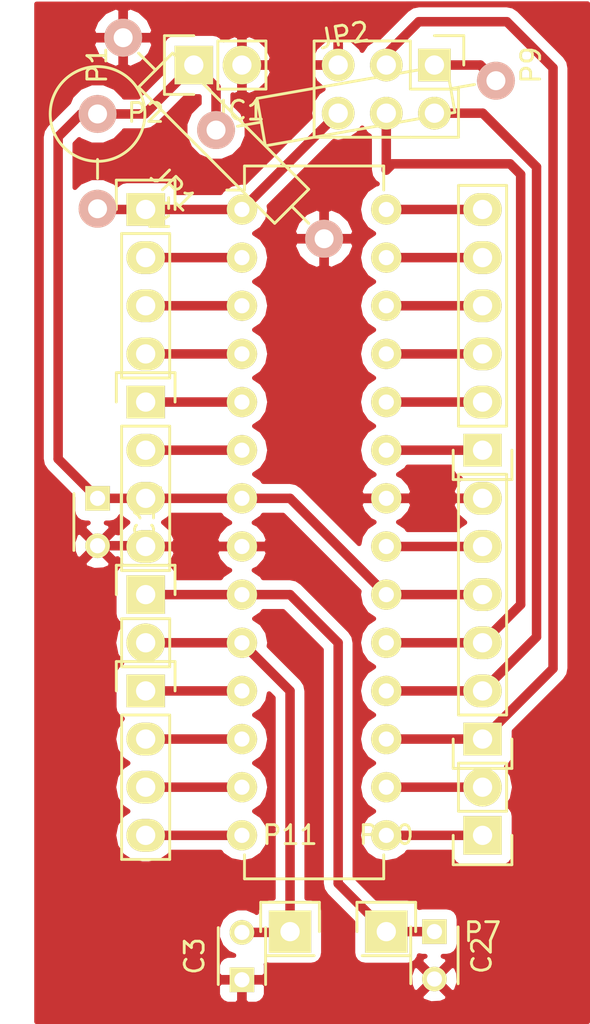
<source format=kicad_pcb>
(kicad_pcb (version 4) (host pcbnew 4.0.0-1rc2.201511201506+6189~38~ubuntu15.04.1-stable)

  (general
    (links 52)
    (no_connects 2)
    (area 9.841191 11.43182 41.44576 65.839341)
    (thickness 1.6)
    (drawings 0)
    (tracks 72)
    (zones 0)
    (modules 18)
    (nets 27)
  )

  (page A4)
  (layers
    (0 F.Cu signal)
    (31 B.Cu signal)
    (32 B.Adhes user)
    (33 F.Adhes user)
    (34 B.Paste user)
    (35 F.Paste user)
    (36 B.SilkS user)
    (37 F.SilkS user)
    (38 B.Mask user)
    (39 F.Mask user)
    (40 Dwgs.User user)
    (41 Cmts.User user)
    (42 Eco1.User user)
    (43 Eco2.User user)
    (44 Edge.Cuts user)
    (45 Margin user)
    (46 B.CrtYd user)
    (47 F.CrtYd user)
    (48 B.Fab user)
    (49 F.Fab user)
  )

  (setup
    (last_trace_width 0.5)
    (trace_clearance 0.3)
    (zone_clearance 0.508)
    (zone_45_only no)
    (trace_min 0.2)
    (segment_width 0.2)
    (edge_width 0.1)
    (via_size 0.6)
    (via_drill 0.4)
    (via_min_size 0.4)
    (via_min_drill 0.3)
    (uvia_size 0.3)
    (uvia_drill 0.1)
    (uvias_allowed no)
    (uvia_min_size 0.2)
    (uvia_min_drill 0.1)
    (pcb_text_width 0.3)
    (pcb_text_size 1.5 1.5)
    (mod_edge_width 0.15)
    (mod_text_size 1 1)
    (mod_text_width 0.15)
    (pad_size 1.5 1.5)
    (pad_drill 0.6)
    (pad_to_mask_clearance 0)
    (aux_axis_origin 39.624 69.85)
    (visible_elements FFFFFF7F)
    (pcbplotparams
      (layerselection 0x00000_00000001)
      (usegerberextensions false)
      (excludeedgelayer true)
      (linewidth 0.300000)
      (plotframeref false)
      (viasonmask false)
      (mode 1)
      (useauxorigin false)
      (hpglpennumber 1)
      (hpglpenspeed 20)
      (hpglpendiameter 15)
      (hpglpenoverlay 2)
      (psnegative false)
      (psa4output false)
      (plotreference true)
      (plotvalue true)
      (plotinvisibletext false)
      (padsonsilk false)
      (subtractmaskfromsilk false)
      (outputformat 1)
      (mirror false)
      (drillshape 0)
      (scaleselection 1)
      (outputdirectory ""))
  )

  (net 0 "")
  (net 1 +5V)
  (net 2 GND)
  (net 3 XTAL1)
  (net 4 XTAL2)
  (net 5 RESET)
  (net 6 PD0)
  (net 7 PD1)
  (net 8 PD2)
  (net 9 PD3)
  (net 10 PD4)
  (net 11 PD5)
  (net 12 PD6)
  (net 13 PD7)
  (net 14 PB0)
  (net 15 PB1)
  (net 16 PB2)
  (net 17 MOSI)
  (net 18 MISO)
  (net 19 SCK)
  (net 20 AREF)
  (net 21 PC0)
  (net 22 PC1)
  (net 23 PC2)
  (net 24 PC3)
  (net 25 PC4)
  (net 26 PC5)

  (net_class Default "This is the default net class."
    (clearance 0.3)
    (trace_width 0.5)
    (via_dia 0.6)
    (via_drill 0.4)
    (uvia_dia 0.3)
    (uvia_drill 0.1)
    (add_net +5V)
    (add_net AREF)
    (add_net GND)
    (add_net MISO)
    (add_net MOSI)
    (add_net PB0)
    (add_net PB1)
    (add_net PB2)
    (add_net PC0)
    (add_net PC1)
    (add_net PC2)
    (add_net PC3)
    (add_net PC4)
    (add_net PC5)
    (add_net PD0)
    (add_net PD1)
    (add_net PD2)
    (add_net PD3)
    (add_net PD4)
    (add_net PD5)
    (add_net PD6)
    (add_net PD7)
    (add_net RESET)
    (add_net SCK)
    (add_net XTAL1)
    (add_net XTAL2)
  )

  (module Capacitors_ThroughHole:C_Disc_D3_P2.5 (layer F.Cu) (tedit 568FE51D) (tstamp 568FE3DD)
    (at 15.24 38.1 270)
    (descr "Capacitor 3mm Disc, Pitch 2.5mm")
    (tags Capacitor)
    (path /568D630B)
    (fp_text reference C1 (at 1.25 -2.5 270) (layer F.SilkS)
      (effects (font (size 1 1) (thickness 0.15)))
    )
    (fp_text value 100mF (at 1.25 2.5 360) (layer F.Fab)
      (effects (font (size 1 1) (thickness 0.15)))
    )
    (fp_line (start -0.9 -1.5) (end 3.4 -1.5) (layer F.CrtYd) (width 0.05))
    (fp_line (start 3.4 -1.5) (end 3.4 1.5) (layer F.CrtYd) (width 0.05))
    (fp_line (start 3.4 1.5) (end -0.9 1.5) (layer F.CrtYd) (width 0.05))
    (fp_line (start -0.9 1.5) (end -0.9 -1.5) (layer F.CrtYd) (width 0.05))
    (fp_line (start -0.25 -1.25) (end 2.75 -1.25) (layer F.SilkS) (width 0.15))
    (fp_line (start 2.75 1.25) (end -0.25 1.25) (layer F.SilkS) (width 0.15))
    (pad 1 thru_hole rect (at 0 0 270) (size 1.3 1.3) (drill 0.8) (layers *.Cu *.Mask F.SilkS)
      (net 1 +5V))
    (pad 2 thru_hole circle (at 2.5 0 270) (size 1.3 1.3) (drill 0.8001) (layers *.Cu *.Mask F.SilkS)
      (net 2 GND))
    (model Capacitors_ThroughHole.3dshapes/C_Disc_D3_P2.5.wrl
      (at (xyz 0.0492126 0 0))
      (scale (xyz 1 1 1))
      (rotate (xyz 0 0 0))
    )
  )

  (module Capacitors_ThroughHole:C_Disc_D3_P2.5 (layer F.Cu) (tedit 56A21A57) (tstamp 568FE3E3)
    (at 33.02 60.96 270)
    (descr "Capacitor 3mm Disc, Pitch 2.5mm")
    (tags Capacitor)
    (path /568D6C7A)
    (fp_text reference C2 (at 1.25 -2.5 270) (layer F.SilkS)
      (effects (font (size 1 1) (thickness 0.15)))
    )
    (fp_text value 22pF (at 1.39192 -2.24536 270) (layer F.Fab)
      (effects (font (size 1 1) (thickness 0.15)))
    )
    (fp_line (start -0.9 -1.5) (end 3.4 -1.5) (layer F.CrtYd) (width 0.05))
    (fp_line (start 3.4 -1.5) (end 3.4 1.5) (layer F.CrtYd) (width 0.05))
    (fp_line (start 3.4 1.5) (end -0.9 1.5) (layer F.CrtYd) (width 0.05))
    (fp_line (start -0.9 1.5) (end -0.9 -1.5) (layer F.CrtYd) (width 0.05))
    (fp_line (start -0.25 -1.25) (end 2.75 -1.25) (layer F.SilkS) (width 0.15))
    (fp_line (start 2.75 1.25) (end -0.25 1.25) (layer F.SilkS) (width 0.15))
    (pad 1 thru_hole rect (at 0 0 270) (size 1.3 1.3) (drill 0.8) (layers *.Cu *.Mask F.SilkS)
      (net 3 XTAL1))
    (pad 2 thru_hole circle (at 2.5 0 270) (size 1.3 1.3) (drill 0.8001) (layers *.Cu *.Mask F.SilkS)
      (net 2 GND))
    (model Capacitors_ThroughHole.3dshapes/C_Disc_D3_P2.5.wrl
      (at (xyz 0.0492126 0 0))
      (scale (xyz 1 1 1))
      (rotate (xyz 0 0 0))
    )
  )

  (module Capacitors_ThroughHole:C_Disc_D3_P2.5 (layer F.Cu) (tedit 56A21A51) (tstamp 568FE3E9)
    (at 22.86 63.5 90)
    (descr "Capacitor 3mm Disc, Pitch 2.5mm")
    (tags Capacitor)
    (path /568D6CB7)
    (fp_text reference C3 (at 1.25 -2.5 90) (layer F.SilkS)
      (effects (font (size 1 1) (thickness 0.15)))
    )
    (fp_text value 22pF (at 1.23698 -2.22504 90) (layer F.Fab)
      (effects (font (size 1 1) (thickness 0.15)))
    )
    (fp_line (start -0.9 -1.5) (end 3.4 -1.5) (layer F.CrtYd) (width 0.05))
    (fp_line (start 3.4 -1.5) (end 3.4 1.5) (layer F.CrtYd) (width 0.05))
    (fp_line (start 3.4 1.5) (end -0.9 1.5) (layer F.CrtYd) (width 0.05))
    (fp_line (start -0.9 1.5) (end -0.9 -1.5) (layer F.CrtYd) (width 0.05))
    (fp_line (start -0.25 -1.25) (end 2.75 -1.25) (layer F.SilkS) (width 0.15))
    (fp_line (start 2.75 1.25) (end -0.25 1.25) (layer F.SilkS) (width 0.15))
    (pad 1 thru_hole rect (at 0 0 90) (size 1.3 1.3) (drill 0.8) (layers *.Cu *.Mask F.SilkS)
      (net 2 GND))
    (pad 2 thru_hole circle (at 2.5 0 90) (size 1.3 1.3) (drill 0.8001) (layers *.Cu *.Mask F.SilkS)
      (net 4 XTAL2))
    (model Capacitors_ThroughHole.3dshapes/C_Disc_D3_P2.5.wrl
      (at (xyz 0.0492126 0 0))
      (scale (xyz 1 1 1))
      (rotate (xyz 0 0 0))
    )
  )

  (module Housings_DIP:DIP-28_W7.62mm (layer F.Cu) (tedit 54130A77) (tstamp 568FE409)
    (at 22.86 22.86)
    (descr "28-lead dip package, row spacing 7.62 mm (300 mils)")
    (tags "dil dip 2.54 300")
    (path /568D613D)
    (fp_text reference IC1 (at 0 -5.22) (layer F.SilkS)
      (effects (font (size 1 1) (thickness 0.15)))
    )
    (fp_text value ATMEGA328-P (at 0 -3.72) (layer F.Fab)
      (effects (font (size 1 1) (thickness 0.15)))
    )
    (fp_line (start -1.05 -2.45) (end -1.05 35.5) (layer F.CrtYd) (width 0.05))
    (fp_line (start 8.65 -2.45) (end 8.65 35.5) (layer F.CrtYd) (width 0.05))
    (fp_line (start -1.05 -2.45) (end 8.65 -2.45) (layer F.CrtYd) (width 0.05))
    (fp_line (start -1.05 35.5) (end 8.65 35.5) (layer F.CrtYd) (width 0.05))
    (fp_line (start 0.135 -2.295) (end 0.135 -1.025) (layer F.SilkS) (width 0.15))
    (fp_line (start 7.485 -2.295) (end 7.485 -1.025) (layer F.SilkS) (width 0.15))
    (fp_line (start 7.485 35.315) (end 7.485 34.045) (layer F.SilkS) (width 0.15))
    (fp_line (start 0.135 35.315) (end 0.135 34.045) (layer F.SilkS) (width 0.15))
    (fp_line (start 0.135 -2.295) (end 7.485 -2.295) (layer F.SilkS) (width 0.15))
    (fp_line (start 0.135 35.315) (end 7.485 35.315) (layer F.SilkS) (width 0.15))
    (fp_line (start 0.135 -1.025) (end -0.8 -1.025) (layer F.SilkS) (width 0.15))
    (pad 1 thru_hole oval (at 0 0) (size 1.6 1.6) (drill 0.8) (layers *.Cu *.Mask F.SilkS)
      (net 5 RESET))
    (pad 2 thru_hole oval (at 0 2.54) (size 1.6 1.6) (drill 0.8) (layers *.Cu *.Mask F.SilkS)
      (net 6 PD0))
    (pad 3 thru_hole oval (at 0 5.08) (size 1.6 1.6) (drill 0.8) (layers *.Cu *.Mask F.SilkS)
      (net 7 PD1))
    (pad 4 thru_hole oval (at 0 7.62) (size 1.6 1.6) (drill 0.8) (layers *.Cu *.Mask F.SilkS)
      (net 8 PD2))
    (pad 5 thru_hole oval (at 0 10.16) (size 1.6 1.6) (drill 0.8) (layers *.Cu *.Mask F.SilkS)
      (net 9 PD3))
    (pad 6 thru_hole oval (at 0 12.7) (size 1.6 1.6) (drill 0.8) (layers *.Cu *.Mask F.SilkS)
      (net 10 PD4))
    (pad 7 thru_hole oval (at 0 15.24) (size 1.6 1.6) (drill 0.8) (layers *.Cu *.Mask F.SilkS)
      (net 1 +5V))
    (pad 8 thru_hole oval (at 0 17.78) (size 1.6 1.6) (drill 0.8) (layers *.Cu *.Mask F.SilkS)
      (net 2 GND))
    (pad 9 thru_hole oval (at 0 20.32) (size 1.6 1.6) (drill 0.8) (layers *.Cu *.Mask F.SilkS)
      (net 3 XTAL1))
    (pad 10 thru_hole oval (at 0 22.86) (size 1.6 1.6) (drill 0.8) (layers *.Cu *.Mask F.SilkS)
      (net 4 XTAL2))
    (pad 11 thru_hole oval (at 0 25.4) (size 1.6 1.6) (drill 0.8) (layers *.Cu *.Mask F.SilkS)
      (net 11 PD5))
    (pad 12 thru_hole oval (at 0 27.94) (size 1.6 1.6) (drill 0.8) (layers *.Cu *.Mask F.SilkS)
      (net 12 PD6))
    (pad 13 thru_hole oval (at 0 30.48) (size 1.6 1.6) (drill 0.8) (layers *.Cu *.Mask F.SilkS)
      (net 13 PD7))
    (pad 14 thru_hole oval (at 0 33.02) (size 1.6 1.6) (drill 0.8) (layers *.Cu *.Mask F.SilkS)
      (net 14 PB0))
    (pad 15 thru_hole oval (at 7.62 33.02) (size 1.6 1.6) (drill 0.8) (layers *.Cu *.Mask F.SilkS)
      (net 15 PB1))
    (pad 16 thru_hole oval (at 7.62 30.48) (size 1.6 1.6) (drill 0.8) (layers *.Cu *.Mask F.SilkS)
      (net 16 PB2))
    (pad 17 thru_hole oval (at 7.62 27.94) (size 1.6 1.6) (drill 0.8) (layers *.Cu *.Mask F.SilkS)
      (net 17 MOSI))
    (pad 18 thru_hole oval (at 7.62 25.4) (size 1.6 1.6) (drill 0.8) (layers *.Cu *.Mask F.SilkS)
      (net 18 MISO))
    (pad 19 thru_hole oval (at 7.62 22.86) (size 1.6 1.6) (drill 0.8) (layers *.Cu *.Mask F.SilkS)
      (net 19 SCK))
    (pad 20 thru_hole oval (at 7.62 20.32) (size 1.6 1.6) (drill 0.8) (layers *.Cu *.Mask F.SilkS)
      (net 1 +5V))
    (pad 21 thru_hole oval (at 7.62 17.78) (size 1.6 1.6) (drill 0.8) (layers *.Cu *.Mask F.SilkS)
      (net 20 AREF))
    (pad 22 thru_hole oval (at 7.62 15.24) (size 1.6 1.6) (drill 0.8) (layers *.Cu *.Mask F.SilkS)
      (net 2 GND))
    (pad 23 thru_hole oval (at 7.62 12.7) (size 1.6 1.6) (drill 0.8) (layers *.Cu *.Mask F.SilkS)
      (net 21 PC0))
    (pad 24 thru_hole oval (at 7.62 10.16) (size 1.6 1.6) (drill 0.8) (layers *.Cu *.Mask F.SilkS)
      (net 22 PC1))
    (pad 25 thru_hole oval (at 7.62 7.62) (size 1.6 1.6) (drill 0.8) (layers *.Cu *.Mask F.SilkS)
      (net 23 PC2))
    (pad 26 thru_hole oval (at 7.62 5.08) (size 1.6 1.6) (drill 0.8) (layers *.Cu *.Mask F.SilkS)
      (net 24 PC3))
    (pad 27 thru_hole oval (at 7.62 2.54) (size 1.6 1.6) (drill 0.8) (layers *.Cu *.Mask F.SilkS)
      (net 25 PC4))
    (pad 28 thru_hole oval (at 7.62 0) (size 1.6 1.6) (drill 0.8) (layers *.Cu *.Mask F.SilkS)
      (net 26 PC5))
    (model Housings_DIP.3dshapes/DIP-28_W7.62mm.wrl
      (at (xyz 0 0 0))
      (scale (xyz 1 1 1))
      (rotate (xyz 0 0 0))
    )
  )

  (module Pin_Headers:Pin_Header_Straight_1x02 (layer F.Cu) (tedit 56A21AF8) (tstamp 568FE40F)
    (at 20.32 15.24 90)
    (descr "Through hole pin header")
    (tags "pin header")
    (path /568DB809)
    (fp_text reference P1 (at 0 -5.1 90) (layer F.SilkS)
      (effects (font (size 1 1) (thickness 0.15)))
    )
    (fp_text value CONN_01X02 (at 2.58318 -1.19634 180) (layer F.Fab)
      (effects (font (size 1 1) (thickness 0.15)))
    )
    (fp_line (start 1.27 1.27) (end 1.27 3.81) (layer F.SilkS) (width 0.15))
    (fp_line (start 1.55 -1.55) (end 1.55 0) (layer F.SilkS) (width 0.15))
    (fp_line (start -1.75 -1.75) (end -1.75 4.3) (layer F.CrtYd) (width 0.05))
    (fp_line (start 1.75 -1.75) (end 1.75 4.3) (layer F.CrtYd) (width 0.05))
    (fp_line (start -1.75 -1.75) (end 1.75 -1.75) (layer F.CrtYd) (width 0.05))
    (fp_line (start -1.75 4.3) (end 1.75 4.3) (layer F.CrtYd) (width 0.05))
    (fp_line (start 1.27 1.27) (end -1.27 1.27) (layer F.SilkS) (width 0.15))
    (fp_line (start -1.55 0) (end -1.55 -1.55) (layer F.SilkS) (width 0.15))
    (fp_line (start -1.55 -1.55) (end 1.55 -1.55) (layer F.SilkS) (width 0.15))
    (fp_line (start -1.27 1.27) (end -1.27 3.81) (layer F.SilkS) (width 0.15))
    (fp_line (start -1.27 3.81) (end 1.27 3.81) (layer F.SilkS) (width 0.15))
    (pad 1 thru_hole rect (at 0 0 90) (size 2.032 2.032) (drill 1.016) (layers *.Cu *.Mask F.SilkS)
      (net 1 +5V))
    (pad 2 thru_hole oval (at 0 2.54 90) (size 2.032 2.032) (drill 1.016) (layers *.Cu *.Mask F.SilkS)
      (net 2 GND))
    (model Pin_Headers.3dshapes/Pin_Header_Straight_1x02.wrl
      (at (xyz 0 -0.05 0))
      (scale (xyz 1 1 1))
      (rotate (xyz 0 0 90))
    )
  )

  (module Pin_Headers:Pin_Header_Straight_1x04 (layer F.Cu) (tedit 56A21ADD) (tstamp 568FE417)
    (at 17.78 22.86)
    (descr "Through hole pin header")
    (tags "pin header")
    (path /56A2288A)
    (fp_text reference P2 (at 0 -5.1) (layer F.SilkS)
      (effects (font (size 1 1) (thickness 0.15)))
    )
    (fp_text value CONN_01X04 (at -5.23494 4.64312 90) (layer F.Fab)
      (effects (font (size 1 1) (thickness 0.15)))
    )
    (fp_line (start -1.75 -1.75) (end -1.75 9.4) (layer F.CrtYd) (width 0.05))
    (fp_line (start 1.75 -1.75) (end 1.75 9.4) (layer F.CrtYd) (width 0.05))
    (fp_line (start -1.75 -1.75) (end 1.75 -1.75) (layer F.CrtYd) (width 0.05))
    (fp_line (start -1.75 9.4) (end 1.75 9.4) (layer F.CrtYd) (width 0.05))
    (fp_line (start -1.27 1.27) (end -1.27 8.89) (layer F.SilkS) (width 0.15))
    (fp_line (start 1.27 1.27) (end 1.27 8.89) (layer F.SilkS) (width 0.15))
    (fp_line (start 1.55 -1.55) (end 1.55 0) (layer F.SilkS) (width 0.15))
    (fp_line (start -1.27 8.89) (end 1.27 8.89) (layer F.SilkS) (width 0.15))
    (fp_line (start 1.27 1.27) (end -1.27 1.27) (layer F.SilkS) (width 0.15))
    (fp_line (start -1.55 0) (end -1.55 -1.55) (layer F.SilkS) (width 0.15))
    (fp_line (start -1.55 -1.55) (end 1.55 -1.55) (layer F.SilkS) (width 0.15))
    (pad 1 thru_hole rect (at 0 0) (size 2.032 1.7272) (drill 1.016) (layers *.Cu *.Mask F.SilkS)
      (net 5 RESET))
    (pad 2 thru_hole oval (at 0 2.54) (size 2.032 1.7272) (drill 1.016) (layers *.Cu *.Mask F.SilkS)
      (net 6 PD0))
    (pad 3 thru_hole oval (at 0 5.08) (size 2.032 1.7272) (drill 1.016) (layers *.Cu *.Mask F.SilkS)
      (net 7 PD1))
    (pad 4 thru_hole oval (at 0 7.62) (size 2.032 1.7272) (drill 1.016) (layers *.Cu *.Mask F.SilkS)
      (net 8 PD2))
    (model Pin_Headers.3dshapes/Pin_Header_Straight_1x04.wrl
      (at (xyz 0 -0.15 0))
      (scale (xyz 1 1 1))
      (rotate (xyz 0 0 90))
    )
  )

  (module Pin_Headers:Pin_Header_Straight_1x02 (layer F.Cu) (tedit 56A21A0D) (tstamp 568FE41D)
    (at 17.78 43.18)
    (descr "Through hole pin header")
    (tags "pin header")
    (path /56A233A7)
    (fp_text reference P3 (at 0 -5.1) (layer F.SilkS)
      (effects (font (size 1 1) (thickness 0.15)))
    )
    (fp_text value CONN_01X02 (at -4.70154 3.79222 90) (layer F.Fab)
      (effects (font (size 1 1) (thickness 0.15)))
    )
    (fp_line (start 1.27 1.27) (end 1.27 3.81) (layer F.SilkS) (width 0.15))
    (fp_line (start 1.55 -1.55) (end 1.55 0) (layer F.SilkS) (width 0.15))
    (fp_line (start -1.75 -1.75) (end -1.75 4.3) (layer F.CrtYd) (width 0.05))
    (fp_line (start 1.75 -1.75) (end 1.75 4.3) (layer F.CrtYd) (width 0.05))
    (fp_line (start -1.75 -1.75) (end 1.75 -1.75) (layer F.CrtYd) (width 0.05))
    (fp_line (start -1.75 4.3) (end 1.75 4.3) (layer F.CrtYd) (width 0.05))
    (fp_line (start 1.27 1.27) (end -1.27 1.27) (layer F.SilkS) (width 0.15))
    (fp_line (start -1.55 0) (end -1.55 -1.55) (layer F.SilkS) (width 0.15))
    (fp_line (start -1.55 -1.55) (end 1.55 -1.55) (layer F.SilkS) (width 0.15))
    (fp_line (start -1.27 1.27) (end -1.27 3.81) (layer F.SilkS) (width 0.15))
    (fp_line (start -1.27 3.81) (end 1.27 3.81) (layer F.SilkS) (width 0.15))
    (pad 1 thru_hole rect (at 0 0) (size 2.032 2.032) (drill 1.016) (layers *.Cu *.Mask F.SilkS)
      (net 3 XTAL1))
    (pad 2 thru_hole oval (at 0 2.54) (size 2.032 2.032) (drill 1.016) (layers *.Cu *.Mask F.SilkS)
      (net 4 XTAL2))
    (model Pin_Headers.3dshapes/Pin_Header_Straight_1x02.wrl
      (at (xyz 0 -0.05 0))
      (scale (xyz 1 1 1))
      (rotate (xyz 0 0 90))
    )
  )

  (module Pin_Headers:Pin_Header_Straight_1x04 (layer F.Cu) (tedit 56A219FC) (tstamp 568FE425)
    (at 17.78 48.26)
    (descr "Through hole pin header")
    (tags "pin header")
    (path /56A234C2)
    (fp_text reference P4 (at 0 -5.1) (layer F.SilkS)
      (effects (font (size 1 1) (thickness 0.15)))
    )
    (fp_text value CONN_01X04 (at -2.83464 4.40182 90) (layer F.Fab)
      (effects (font (size 1 1) (thickness 0.15)))
    )
    (fp_line (start -1.75 -1.75) (end -1.75 9.4) (layer F.CrtYd) (width 0.05))
    (fp_line (start 1.75 -1.75) (end 1.75 9.4) (layer F.CrtYd) (width 0.05))
    (fp_line (start -1.75 -1.75) (end 1.75 -1.75) (layer F.CrtYd) (width 0.05))
    (fp_line (start -1.75 9.4) (end 1.75 9.4) (layer F.CrtYd) (width 0.05))
    (fp_line (start -1.27 1.27) (end -1.27 8.89) (layer F.SilkS) (width 0.15))
    (fp_line (start 1.27 1.27) (end 1.27 8.89) (layer F.SilkS) (width 0.15))
    (fp_line (start 1.55 -1.55) (end 1.55 0) (layer F.SilkS) (width 0.15))
    (fp_line (start -1.27 8.89) (end 1.27 8.89) (layer F.SilkS) (width 0.15))
    (fp_line (start 1.27 1.27) (end -1.27 1.27) (layer F.SilkS) (width 0.15))
    (fp_line (start -1.55 0) (end -1.55 -1.55) (layer F.SilkS) (width 0.15))
    (fp_line (start -1.55 -1.55) (end 1.55 -1.55) (layer F.SilkS) (width 0.15))
    (pad 1 thru_hole rect (at 0 0) (size 2.032 1.7272) (drill 1.016) (layers *.Cu *.Mask F.SilkS)
      (net 11 PD5))
    (pad 2 thru_hole oval (at 0 2.54) (size 2.032 1.7272) (drill 1.016) (layers *.Cu *.Mask F.SilkS)
      (net 12 PD6))
    (pad 3 thru_hole oval (at 0 5.08) (size 2.032 1.7272) (drill 1.016) (layers *.Cu *.Mask F.SilkS)
      (net 13 PD7))
    (pad 4 thru_hole oval (at 0 7.62) (size 2.032 1.7272) (drill 1.016) (layers *.Cu *.Mask F.SilkS)
      (net 14 PB0))
    (model Pin_Headers.3dshapes/Pin_Header_Straight_1x04.wrl
      (at (xyz 0 -0.15 0))
      (scale (xyz 1 1 1))
      (rotate (xyz 0 0 90))
    )
  )

  (module Pin_Headers:Pin_Header_Straight_1x04 (layer F.Cu) (tedit 56A21A39) (tstamp 568FE42D)
    (at 17.78 33.02)
    (descr "Through hole pin header")
    (tags "pin header")
    (path /56A22F70)
    (fp_text reference P5 (at 0 -5.1) (layer F.SilkS)
      (effects (font (size 1 1) (thickness 0.15)))
    )
    (fp_text value CONN_01X04 (at -2.92354 -2.76098 90) (layer F.Fab)
      (effects (font (size 1 1) (thickness 0.15)))
    )
    (fp_line (start -1.75 -1.75) (end -1.75 9.4) (layer F.CrtYd) (width 0.05))
    (fp_line (start 1.75 -1.75) (end 1.75 9.4) (layer F.CrtYd) (width 0.05))
    (fp_line (start -1.75 -1.75) (end 1.75 -1.75) (layer F.CrtYd) (width 0.05))
    (fp_line (start -1.75 9.4) (end 1.75 9.4) (layer F.CrtYd) (width 0.05))
    (fp_line (start -1.27 1.27) (end -1.27 8.89) (layer F.SilkS) (width 0.15))
    (fp_line (start 1.27 1.27) (end 1.27 8.89) (layer F.SilkS) (width 0.15))
    (fp_line (start 1.55 -1.55) (end 1.55 0) (layer F.SilkS) (width 0.15))
    (fp_line (start -1.27 8.89) (end 1.27 8.89) (layer F.SilkS) (width 0.15))
    (fp_line (start 1.27 1.27) (end -1.27 1.27) (layer F.SilkS) (width 0.15))
    (fp_line (start -1.55 0) (end -1.55 -1.55) (layer F.SilkS) (width 0.15))
    (fp_line (start -1.55 -1.55) (end 1.55 -1.55) (layer F.SilkS) (width 0.15))
    (pad 1 thru_hole rect (at 0 0) (size 2.032 1.7272) (drill 1.016) (layers *.Cu *.Mask F.SilkS)
      (net 9 PD3))
    (pad 2 thru_hole oval (at 0 2.54) (size 2.032 1.7272) (drill 1.016) (layers *.Cu *.Mask F.SilkS)
      (net 10 PD4))
    (pad 3 thru_hole oval (at 0 5.08) (size 2.032 1.7272) (drill 1.016) (layers *.Cu *.Mask F.SilkS)
      (net 1 +5V))
    (pad 4 thru_hole oval (at 0 7.62) (size 2.032 1.7272) (drill 1.016) (layers *.Cu *.Mask F.SilkS)
      (net 2 GND))
    (model Pin_Headers.3dshapes/Pin_Header_Straight_1x04.wrl
      (at (xyz 0 -0.15 0))
      (scale (xyz 1 1 1))
      (rotate (xyz 0 0 90))
    )
  )

  (module Pin_Headers:Pin_Header_Straight_2x03 (layer F.Cu) (tedit 56A21A73) (tstamp 568FE44D)
    (at 33.02 15.24 270)
    (descr "Through hole pin header")
    (tags "pin header")
    (path /568D6509)
    (fp_text reference P9 (at 0 -5.1 270) (layer F.SilkS)
      (effects (font (size 1 1) (thickness 0.15)))
    )
    (fp_text value "6Pin Connector" (at -2.58318 2.69494 360) (layer F.Fab)
      (effects (font (size 1 1) (thickness 0.15)))
    )
    (fp_line (start -1.27 1.27) (end -1.27 6.35) (layer F.SilkS) (width 0.15))
    (fp_line (start -1.55 -1.55) (end 0 -1.55) (layer F.SilkS) (width 0.15))
    (fp_line (start -1.75 -1.75) (end -1.75 6.85) (layer F.CrtYd) (width 0.05))
    (fp_line (start 4.3 -1.75) (end 4.3 6.85) (layer F.CrtYd) (width 0.05))
    (fp_line (start -1.75 -1.75) (end 4.3 -1.75) (layer F.CrtYd) (width 0.05))
    (fp_line (start -1.75 6.85) (end 4.3 6.85) (layer F.CrtYd) (width 0.05))
    (fp_line (start 1.27 -1.27) (end 1.27 1.27) (layer F.SilkS) (width 0.15))
    (fp_line (start 1.27 1.27) (end -1.27 1.27) (layer F.SilkS) (width 0.15))
    (fp_line (start -1.27 6.35) (end 3.81 6.35) (layer F.SilkS) (width 0.15))
    (fp_line (start 3.81 6.35) (end 3.81 1.27) (layer F.SilkS) (width 0.15))
    (fp_line (start -1.55 -1.55) (end -1.55 0) (layer F.SilkS) (width 0.15))
    (fp_line (start 3.81 -1.27) (end 1.27 -1.27) (layer F.SilkS) (width 0.15))
    (fp_line (start 3.81 1.27) (end 3.81 -1.27) (layer F.SilkS) (width 0.15))
    (pad 1 thru_hole rect (at 0 0 270) (size 1.7272 1.7272) (drill 1.016) (layers *.Cu *.Mask F.SilkS)
      (net 1 +5V))
    (pad 2 thru_hole oval (at 2.54 0 270) (size 1.7272 1.7272) (drill 1.016) (layers *.Cu *.Mask F.SilkS)
      (net 18 MISO))
    (pad 3 thru_hole oval (at 0 2.54 270) (size 1.7272 1.7272) (drill 1.016) (layers *.Cu *.Mask F.SilkS)
      (net 17 MOSI))
    (pad 4 thru_hole oval (at 2.54 2.54 270) (size 1.7272 1.7272) (drill 1.016) (layers *.Cu *.Mask F.SilkS)
      (net 19 SCK))
    (pad 5 thru_hole oval (at 0 5.08 270) (size 1.7272 1.7272) (drill 1.016) (layers *.Cu *.Mask F.SilkS)
      (net 2 GND))
    (pad 6 thru_hole oval (at 2.54 5.08 270) (size 1.7272 1.7272) (drill 1.016) (layers *.Cu *.Mask F.SilkS)
      (net 5 RESET))
    (model Pin_Headers.3dshapes/Pin_Header_Straight_2x03.wrl
      (at (xyz 0.05 -0.1 0))
      (scale (xyz 1 1 1))
      (rotate (xyz 0 0 90))
    )
  )

  (module Resistors_ThroughHole:Resistor_Vertical_RM5mm (layer F.Cu) (tedit 56A21AE3) (tstamp 568FE453)
    (at 15.24 20.32 270)
    (descr "Resistor, Vertical, RM 5mm, 1/3W,")
    (tags "Resistor, Vertical, RM 5mm, 1/3W,")
    (path /568D6438)
    (fp_text reference R1 (at 2.70002 -3.29946 270) (layer F.SilkS)
      (effects (font (size 1 1) (thickness 0.15)))
    )
    (fp_text value 10K (at 0.16002 2.51714 270) (layer F.Fab)
      (effects (font (size 1 1) (thickness 0.15)))
    )
    (fp_line (start -0.09906 0) (end 0.9017 0) (layer F.SilkS) (width 0.15))
    (fp_circle (center -2.49936 0) (end 0 0) (layer F.SilkS) (width 0.15))
    (pad 1 thru_hole circle (at -2.49936 0 270) (size 1.99898 1.99898) (drill 1.00076) (layers *.Cu *.SilkS *.Mask)
      (net 1 +5V))
    (pad 2 thru_hole circle (at 2.5019 0 270) (size 1.99898 1.99898) (drill 1.00076) (layers *.Cu *.SilkS *.Mask)
      (net 5 RESET))
  )

  (module Resistors_ThroughHole:Resistor_Horizontal_RM15mm (layer F.Cu) (tedit 53F56292) (tstamp 56A20705)
    (at 21.8948 19.1008 135)
    (descr "Resistor, Axial, RM 15mm,")
    (tags "Resistor, Axial, RM 15mm,")
    (path /569009B3)
    (fp_text reference JP1 (at 0 -3.74904 135) (layer F.SilkS)
      (effects (font (size 1 1) (thickness 0.15)))
    )
    (fp_text value JUMPER (at 0 4.0005 135) (layer F.Fab)
      (effects (font (size 1 1) (thickness 0.15)))
    )
    (fp_line (start -5.08 -1.27) (end -5.08 1.27) (layer F.SilkS) (width 0.15))
    (fp_line (start -5.08 1.27) (end 5.08 1.27) (layer F.SilkS) (width 0.15))
    (fp_line (start 5.08 1.27) (end 5.08 -1.27) (layer F.SilkS) (width 0.15))
    (fp_line (start 5.08 -1.27) (end -5.08 -1.27) (layer F.SilkS) (width 0.15))
    (fp_line (start 6.35 0) (end 5.08 0) (layer F.SilkS) (width 0.15))
    (fp_line (start -6.35 0) (end -5.08 0) (layer F.SilkS) (width 0.15))
    (pad 1 thru_hole circle (at -7.5 0 135) (size 1.99898 1.99898) (drill 1.00076) (layers *.Cu *.SilkS *.Mask)
      (net 2 GND))
    (pad 2 thru_hole circle (at 7.5 0 135) (size 1.99898 1.99898) (drill 1.00076) (layers *.Cu *.SilkS *.Mask)
      (net 2 GND))
    (model Resistors_ThroughHole.3dshapes/Resistor_Horizontal_RM15mm.wrl
      (at (xyz 0 0 0))
      (scale (xyz 0.4 0.4 0.4))
      (rotate (xyz 0 0 0))
    )
  )

  (module Resistors_ThroughHole:Resistor_Horizontal_RM15mm (layer F.Cu) (tedit 53F56292) (tstamp 56A2070A)
    (at 28.8798 17.36852 10)
    (descr "Resistor, Axial, RM 15mm,")
    (tags "Resistor, Axial, RM 15mm,")
    (path /56902C7A)
    (fp_text reference JP2 (at 0 -3.74904 10) (layer F.SilkS)
      (effects (font (size 1 1) (thickness 0.15)))
    )
    (fp_text value JUMPER (at 0 4.0005 10) (layer F.Fab)
      (effects (font (size 1 1) (thickness 0.15)))
    )
    (fp_line (start -5.08 -1.27) (end -5.08 1.27) (layer F.SilkS) (width 0.15))
    (fp_line (start -5.08 1.27) (end 5.08 1.27) (layer F.SilkS) (width 0.15))
    (fp_line (start 5.08 1.27) (end 5.08 -1.27) (layer F.SilkS) (width 0.15))
    (fp_line (start 5.08 -1.27) (end -5.08 -1.27) (layer F.SilkS) (width 0.15))
    (fp_line (start 6.35 0) (end 5.08 0) (layer F.SilkS) (width 0.15))
    (fp_line (start -6.35 0) (end -5.08 0) (layer F.SilkS) (width 0.15))
    (pad 1 thru_hole circle (at -7.5 0 10) (size 1.99898 1.99898) (drill 1.00076) (layers *.Cu *.SilkS *.Mask)
      (net 1 +5V))
    (pad 2 thru_hole circle (at 7.5 0 10) (size 1.99898 1.99898) (drill 1.00076) (layers *.Cu *.SilkS *.Mask)
      (net 1 +5V))
    (model Resistors_ThroughHole.3dshapes/Resistor_Horizontal_RM15mm.wrl
      (at (xyz 0 0 0))
      (scale (xyz 0.4 0.4 0.4))
      (rotate (xyz 0 0 0))
    )
  )

  (module Pin_Headers:Pin_Header_Straight_1x06 (layer F.Cu) (tedit 56A21A91) (tstamp 56A20714)
    (at 35.56 35.56 180)
    (descr "Through hole pin header")
    (tags "pin header")
    (path /56A23BFF)
    (fp_text reference P6 (at 0 -5.1 180) (layer F.SilkS)
      (effects (font (size 1 1) (thickness 0.15)))
    )
    (fp_text value CONN_01X06 (at 7.01294 5.12318 270) (layer F.Fab)
      (effects (font (size 1 1) (thickness 0.15)))
    )
    (fp_line (start -1.75 -1.75) (end -1.75 14.45) (layer F.CrtYd) (width 0.05))
    (fp_line (start 1.75 -1.75) (end 1.75 14.45) (layer F.CrtYd) (width 0.05))
    (fp_line (start -1.75 -1.75) (end 1.75 -1.75) (layer F.CrtYd) (width 0.05))
    (fp_line (start -1.75 14.45) (end 1.75 14.45) (layer F.CrtYd) (width 0.05))
    (fp_line (start 1.27 1.27) (end 1.27 13.97) (layer F.SilkS) (width 0.15))
    (fp_line (start 1.27 13.97) (end -1.27 13.97) (layer F.SilkS) (width 0.15))
    (fp_line (start -1.27 13.97) (end -1.27 1.27) (layer F.SilkS) (width 0.15))
    (fp_line (start 1.55 -1.55) (end 1.55 0) (layer F.SilkS) (width 0.15))
    (fp_line (start 1.27 1.27) (end -1.27 1.27) (layer F.SilkS) (width 0.15))
    (fp_line (start -1.55 0) (end -1.55 -1.55) (layer F.SilkS) (width 0.15))
    (fp_line (start -1.55 -1.55) (end 1.55 -1.55) (layer F.SilkS) (width 0.15))
    (pad 1 thru_hole rect (at 0 0 180) (size 2.032 1.7272) (drill 1.016) (layers *.Cu *.Mask F.SilkS)
      (net 21 PC0))
    (pad 2 thru_hole oval (at 0 2.54 180) (size 2.032 1.7272) (drill 1.016) (layers *.Cu *.Mask F.SilkS)
      (net 22 PC1))
    (pad 3 thru_hole oval (at 0 5.08 180) (size 2.032 1.7272) (drill 1.016) (layers *.Cu *.Mask F.SilkS)
      (net 23 PC2))
    (pad 4 thru_hole oval (at 0 7.62 180) (size 2.032 1.7272) (drill 1.016) (layers *.Cu *.Mask F.SilkS)
      (net 24 PC3))
    (pad 5 thru_hole oval (at 0 10.16 180) (size 2.032 1.7272) (drill 1.016) (layers *.Cu *.Mask F.SilkS)
      (net 25 PC4))
    (pad 6 thru_hole oval (at 0 12.7 180) (size 2.032 1.7272) (drill 1.016) (layers *.Cu *.Mask F.SilkS)
      (net 26 PC5))
    (model Pin_Headers.3dshapes/Pin_Header_Straight_1x06.wrl
      (at (xyz 0 -0.25 0))
      (scale (xyz 1 1 1))
      (rotate (xyz 0 0 90))
    )
  )

  (module Pin_Headers:Pin_Header_Straight_1x02 (layer F.Cu) (tedit 56A21AB9) (tstamp 56A2071D)
    (at 35.56 55.88 180)
    (descr "Through hole pin header")
    (tags "pin header")
    (path /56A24479)
    (fp_text reference P7 (at 0 -5.1 180) (layer F.SilkS)
      (effects (font (size 1 1) (thickness 0.15)))
    )
    (fp_text value CONN_01X02 (at -3.12166 0.81788 270) (layer F.Fab)
      (effects (font (size 1 1) (thickness 0.15)))
    )
    (fp_line (start 1.27 1.27) (end 1.27 3.81) (layer F.SilkS) (width 0.15))
    (fp_line (start 1.55 -1.55) (end 1.55 0) (layer F.SilkS) (width 0.15))
    (fp_line (start -1.75 -1.75) (end -1.75 4.3) (layer F.CrtYd) (width 0.05))
    (fp_line (start 1.75 -1.75) (end 1.75 4.3) (layer F.CrtYd) (width 0.05))
    (fp_line (start -1.75 -1.75) (end 1.75 -1.75) (layer F.CrtYd) (width 0.05))
    (fp_line (start -1.75 4.3) (end 1.75 4.3) (layer F.CrtYd) (width 0.05))
    (fp_line (start 1.27 1.27) (end -1.27 1.27) (layer F.SilkS) (width 0.15))
    (fp_line (start -1.55 0) (end -1.55 -1.55) (layer F.SilkS) (width 0.15))
    (fp_line (start -1.55 -1.55) (end 1.55 -1.55) (layer F.SilkS) (width 0.15))
    (fp_line (start -1.27 1.27) (end -1.27 3.81) (layer F.SilkS) (width 0.15))
    (fp_line (start -1.27 3.81) (end 1.27 3.81) (layer F.SilkS) (width 0.15))
    (pad 1 thru_hole rect (at 0 0 180) (size 2.032 2.032) (drill 1.016) (layers *.Cu *.Mask F.SilkS)
      (net 15 PB1))
    (pad 2 thru_hole oval (at 0 2.54 180) (size 2.032 2.032) (drill 1.016) (layers *.Cu *.Mask F.SilkS)
      (net 16 PB2))
    (model Pin_Headers.3dshapes/Pin_Header_Straight_1x02.wrl
      (at (xyz 0 -0.05 0))
      (scale (xyz 1 1 1))
      (rotate (xyz 0 0 90))
    )
  )

  (module Pin_Headers:Pin_Header_Straight_1x06 (layer F.Cu) (tedit 56A21AA9) (tstamp 56A20722)
    (at 35.56 50.8 180)
    (descr "Through hole pin header")
    (tags "pin header")
    (path /56A24247)
    (fp_text reference P8 (at 0 -5.1 180) (layer F.SilkS)
      (effects (font (size 1 1) (thickness 0.15)))
    )
    (fp_text value CONN_01X06 (at -4.81076 6.22808 270) (layer F.Fab)
      (effects (font (size 1 1) (thickness 0.15)))
    )
    (fp_line (start -1.75 -1.75) (end -1.75 14.45) (layer F.CrtYd) (width 0.05))
    (fp_line (start 1.75 -1.75) (end 1.75 14.45) (layer F.CrtYd) (width 0.05))
    (fp_line (start -1.75 -1.75) (end 1.75 -1.75) (layer F.CrtYd) (width 0.05))
    (fp_line (start -1.75 14.45) (end 1.75 14.45) (layer F.CrtYd) (width 0.05))
    (fp_line (start 1.27 1.27) (end 1.27 13.97) (layer F.SilkS) (width 0.15))
    (fp_line (start 1.27 13.97) (end -1.27 13.97) (layer F.SilkS) (width 0.15))
    (fp_line (start -1.27 13.97) (end -1.27 1.27) (layer F.SilkS) (width 0.15))
    (fp_line (start 1.55 -1.55) (end 1.55 0) (layer F.SilkS) (width 0.15))
    (fp_line (start 1.27 1.27) (end -1.27 1.27) (layer F.SilkS) (width 0.15))
    (fp_line (start -1.55 0) (end -1.55 -1.55) (layer F.SilkS) (width 0.15))
    (fp_line (start -1.55 -1.55) (end 1.55 -1.55) (layer F.SilkS) (width 0.15))
    (pad 1 thru_hole rect (at 0 0 180) (size 2.032 1.7272) (drill 1.016) (layers *.Cu *.Mask F.SilkS)
      (net 17 MOSI))
    (pad 2 thru_hole oval (at 0 2.54 180) (size 2.032 1.7272) (drill 1.016) (layers *.Cu *.Mask F.SilkS)
      (net 18 MISO))
    (pad 3 thru_hole oval (at 0 5.08 180) (size 2.032 1.7272) (drill 1.016) (layers *.Cu *.Mask F.SilkS)
      (net 19 SCK))
    (pad 4 thru_hole oval (at 0 7.62 180) (size 2.032 1.7272) (drill 1.016) (layers *.Cu *.Mask F.SilkS)
      (net 1 +5V))
    (pad 5 thru_hole oval (at 0 10.16 180) (size 2.032 1.7272) (drill 1.016) (layers *.Cu *.Mask F.SilkS)
      (net 20 AREF))
    (pad 6 thru_hole oval (at 0 12.7 180) (size 2.032 1.7272) (drill 1.016) (layers *.Cu *.Mask F.SilkS)
      (net 2 GND))
    (model Pin_Headers.3dshapes/Pin_Header_Straight_1x06.wrl
      (at (xyz 0 -0.25 0))
      (scale (xyz 1 1 1))
      (rotate (xyz 0 0 90))
    )
  )

  (module Pin_Headers:Pin_Header_Straight_1x01 (layer F.Cu) (tedit 54EA08DC) (tstamp 56A22C95)
    (at 25.4 60.96)
    (descr "Through hole pin header")
    (tags "pin header")
    (path /56A22DBC)
    (fp_text reference P11 (at 0 -5.1) (layer F.SilkS)
      (effects (font (size 1 1) (thickness 0.15)))
    )
    (fp_text value CONN_01X01 (at 0 -3.1) (layer F.Fab)
      (effects (font (size 1 1) (thickness 0.15)))
    )
    (fp_line (start 1.55 -1.55) (end 1.55 0) (layer F.SilkS) (width 0.15))
    (fp_line (start -1.75 -1.75) (end -1.75 1.75) (layer F.CrtYd) (width 0.05))
    (fp_line (start 1.75 -1.75) (end 1.75 1.75) (layer F.CrtYd) (width 0.05))
    (fp_line (start -1.75 -1.75) (end 1.75 -1.75) (layer F.CrtYd) (width 0.05))
    (fp_line (start -1.75 1.75) (end 1.75 1.75) (layer F.CrtYd) (width 0.05))
    (fp_line (start -1.55 0) (end -1.55 -1.55) (layer F.SilkS) (width 0.15))
    (fp_line (start -1.55 -1.55) (end 1.55 -1.55) (layer F.SilkS) (width 0.15))
    (fp_line (start -1.27 1.27) (end 1.27 1.27) (layer F.SilkS) (width 0.15))
    (pad 1 thru_hole rect (at 0 0) (size 2.2352 2.2352) (drill 1.016) (layers *.Cu *.Mask F.SilkS)
      (net 4 XTAL2))
    (model Pin_Headers.3dshapes/Pin_Header_Straight_1x01.wrl
      (at (xyz 0 0 0))
      (scale (xyz 1 1 1))
      (rotate (xyz 0 0 90))
    )
  )

  (module Pin_Headers:Pin_Header_Straight_1x01 (layer F.Cu) (tedit 54EA08DC) (tstamp 56A22CD6)
    (at 30.48 60.96)
    (descr "Through hole pin header")
    (tags "pin header")
    (path /56A22C91)
    (fp_text reference P10 (at 0 -5.1) (layer F.SilkS)
      (effects (font (size 1 1) (thickness 0.15)))
    )
    (fp_text value CONN_01X01 (at 0 -3.1) (layer F.Fab)
      (effects (font (size 1 1) (thickness 0.15)))
    )
    (fp_line (start 1.55 -1.55) (end 1.55 0) (layer F.SilkS) (width 0.15))
    (fp_line (start -1.75 -1.75) (end -1.75 1.75) (layer F.CrtYd) (width 0.05))
    (fp_line (start 1.75 -1.75) (end 1.75 1.75) (layer F.CrtYd) (width 0.05))
    (fp_line (start -1.75 -1.75) (end 1.75 -1.75) (layer F.CrtYd) (width 0.05))
    (fp_line (start -1.75 1.75) (end 1.75 1.75) (layer F.CrtYd) (width 0.05))
    (fp_line (start -1.55 0) (end -1.55 -1.55) (layer F.SilkS) (width 0.15))
    (fp_line (start -1.55 -1.55) (end 1.55 -1.55) (layer F.SilkS) (width 0.15))
    (fp_line (start -1.27 1.27) (end 1.27 1.27) (layer F.SilkS) (width 0.15))
    (pad 1 thru_hole rect (at 0 0) (size 2.2352 2.2352) (drill 1.016) (layers *.Cu *.Mask F.SilkS)
      (net 3 XTAL1))
    (model Pin_Headers.3dshapes/Pin_Header_Straight_1x01.wrl
      (at (xyz 0 0 0))
      (scale (xyz 1 1 1))
      (rotate (xyz 0 0 90))
    )
  )

  (segment (start 33.02 15.24) (end 35.439699 15.24) (width 0.5) (layer F.Cu) (net 1))
  (segment (start 35.439699 15.24) (end 36.265858 16.066159) (width 0.5) (layer F.Cu) (net 1) (tstamp 56A21854))
  (segment (start 35.439699 15.24) (end 36.265858 16.066159) (width 0.5) (layer F.Cu) (net 1) (tstamp 56A2178A))
  (segment (start 21.493742 18.670881) (end 21.493742 16.413742) (width 0.5) (layer F.Cu) (net 1))
  (segment (start 21.493742 16.413742) (end 20.32 15.24) (width 0.5) (layer F.Cu) (net 1) (tstamp 56A216D2))
  (segment (start 22.86 38.1) (end 25.4 38.1) (width 0.5) (layer F.Cu) (net 1))
  (segment (start 25.4 38.1) (end 30.48 43.18) (width 0.5) (layer F.Cu) (net 1) (tstamp 56A212ED))
  (segment (start 15.24 17.82064) (end 14.36624 17.82064) (width 0.5) (layer F.Cu) (net 1))
  (segment (start 14.36624 17.82064) (end 13.15974 19.02714) (width 0.5) (layer F.Cu) (net 1) (tstamp 56A2108D))
  (segment (start 13.15974 36.01974) (end 15.24 38.1) (width 0.5) (layer F.Cu) (net 1) (tstamp 56A2109D))
  (segment (start 13.15974 19.02714) (end 13.15974 36.01974) (width 0.5) (layer F.Cu) (net 1) (tstamp 56A21090))
  (segment (start 15.24 38.1) (end 17.78 38.1) (width 0.5) (layer F.Cu) (net 1))
  (segment (start 15.24 17.82064) (end 17.73936 17.82064) (width 0.5) (layer F.Cu) (net 1))
  (segment (start 17.73936 17.82064) (end 20.32 15.24) (width 0.5) (layer F.Cu) (net 1) (tstamp 56A20FFA))
  (segment (start 17.78 38.1) (end 22.86 38.1) (width 0.5) (layer F.Cu) (net 1))
  (segment (start 30.48 43.18) (end 35.56 43.18) (width 0.5) (layer F.Cu) (net 1))
  (segment (start 15.24 40.6) (end 17.74 40.6) (width 0.5) (layer F.Cu) (net 2))
  (segment (start 17.74 40.6) (end 17.78 40.64) (width 0.5) (layer F.Cu) (net 2) (tstamp 56A2105F))
  (segment (start 17.78 40.64) (end 22.86 40.64) (width 0.5) (layer F.Cu) (net 2))
  (segment (start 30.48 38.1) (end 35.56 38.1) (width 0.5) (layer F.Cu) (net 2))
  (segment (start 22.86 43.18) (end 25.4 43.18) (width 0.5) (layer F.Cu) (net 3) (status 400000))
  (segment (start 27.94 58.42) (end 30.48 60.96) (width 0.5) (layer F.Cu) (net 3) (tstamp 56A22D1D) (status 800000))
  (segment (start 27.94 45.72) (end 27.94 58.42) (width 0.5) (layer F.Cu) (net 3) (tstamp 56A22D1A))
  (segment (start 25.4 43.18) (end 27.94 45.72) (width 0.5) (layer F.Cu) (net 3) (tstamp 56A22D15))
  (segment (start 30.48 60.96) (end 33.02 60.96) (width 0.5) (layer F.Cu) (net 3) (status C00000))
  (segment (start 17.78 43.18) (end 22.86 43.18) (width 0.5) (layer F.Cu) (net 3))
  (segment (start 25.4 60.96) (end 25.4 48.26) (width 0.5) (layer F.Cu) (net 4) (status 400000))
  (segment (start 25.4 48.26) (end 22.86 45.72) (width 0.5) (layer F.Cu) (net 4) (tstamp 56A22D23) (status 800000))
  (segment (start 22.86 61) (end 25.36 61) (width 0.5) (layer F.Cu) (net 4) (status C00000))
  (segment (start 25.36 61) (end 25.4 60.96) (width 0.5) (layer F.Cu) (net 4) (tstamp 56A22D08) (status C00000))
  (segment (start 17.78 45.72) (end 22.86 45.72) (width 0.5) (layer F.Cu) (net 4))
  (segment (start 27.94 17.78) (end 22.86 22.86) (width 0.5) (layer F.Cu) (net 5))
  (segment (start 17.78 22.86) (end 15.2781 22.86) (width 0.5) (layer F.Cu) (net 5))
  (segment (start 15.2781 22.86) (end 15.24 22.8219) (width 0.5) (layer F.Cu) (net 5) (tstamp 56A20F66))
  (segment (start 17.78 22.86) (end 22.86 22.86) (width 0.5) (layer F.Cu) (net 5))
  (segment (start 17.78 25.4) (end 22.86 25.4) (width 0.5) (layer F.Cu) (net 6))
  (segment (start 17.78 27.94) (end 22.86 27.94) (width 0.5) (layer F.Cu) (net 7))
  (segment (start 17.78 30.48) (end 22.86 30.48) (width 0.5) (layer F.Cu) (net 8))
  (segment (start 17.78 33.02) (end 22.86 33.02) (width 0.5) (layer F.Cu) (net 9))
  (segment (start 17.78 35.56) (end 22.86 35.56) (width 0.5) (layer F.Cu) (net 10))
  (segment (start 17.78 48.26) (end 22.86 48.26) (width 0.5) (layer F.Cu) (net 11))
  (segment (start 17.78 50.8) (end 22.86 50.8) (width 0.5) (layer F.Cu) (net 12))
  (segment (start 17.78 53.34) (end 22.86 53.34) (width 0.5) (layer F.Cu) (net 13))
  (segment (start 17.78 55.88) (end 22.86 55.88) (width 0.5) (layer F.Cu) (net 14))
  (segment (start 30.48 55.88) (end 35.56 55.88) (width 0.5) (layer F.Cu) (net 15))
  (segment (start 30.48 53.34) (end 35.56 53.34) (width 0.5) (layer F.Cu) (net 16))
  (segment (start 30.48 15.24) (end 30.48 14.6685) (width 0.5) (layer F.Cu) (net 17))
  (segment (start 30.48 14.6685) (end 32.1945 12.954) (width 0.5) (layer F.Cu) (net 17) (tstamp 56A22042))
  (segment (start 32.1945 12.954) (end 36.8427 12.954) (width 0.5) (layer F.Cu) (net 17) (tstamp 56A22045))
  (segment (start 36.8427 12.954) (end 39.2811 15.3924) (width 0.5) (layer F.Cu) (net 17) (tstamp 56A2204C))
  (segment (start 39.2811 15.3924) (end 39.2811 47.0789) (width 0.5) (layer F.Cu) (net 17) (tstamp 56A22054))
  (segment (start 39.2811 47.0789) (end 35.56 50.8) (width 0.5) (layer F.Cu) (net 17) (tstamp 56A2206A))
  (segment (start 30.48 50.8) (end 35.56 50.8) (width 0.5) (layer F.Cu) (net 17))
  (segment (start 33.02 17.78) (end 35.57016 17.78) (width 0.5) (layer F.Cu) (net 18))
  (segment (start 38.40988 45.41012) (end 35.56 48.26) (width 0.5) (layer F.Cu) (net 18) (tstamp 56A21338))
  (segment (start 38.40988 20.61972) (end 38.40988 45.41012) (width 0.5) (layer F.Cu) (net 18) (tstamp 56A21330))
  (segment (start 35.57016 17.78) (end 38.40988 20.61972) (width 0.5) (layer F.Cu) (net 18) (tstamp 56A21328))
  (segment (start 30.48 48.26) (end 35.56 48.26) (width 0.5) (layer F.Cu) (net 18))
  (segment (start 30.48 17.78) (end 30.48 20.78228) (width 0.5) (layer F.Cu) (net 19))
  (segment (start 37.57168 43.70832) (end 35.56 45.72) (width 0.5) (layer F.Cu) (net 19) (tstamp 56A2131B))
  (segment (start 37.57168 21.01088) (end 37.57168 43.70832) (width 0.5) (layer F.Cu) (net 19) (tstamp 56A21312))
  (segment (start 37.01288 20.45208) (end 37.57168 21.01088) (width 0.5) (layer F.Cu) (net 19) (tstamp 56A2130F))
  (segment (start 30.8102 20.45208) (end 37.01288 20.45208) (width 0.5) (layer F.Cu) (net 19) (tstamp 56A21307))
  (segment (start 30.48 20.78228) (end 30.8102 20.45208) (width 0.5) (layer F.Cu) (net 19) (tstamp 56A21300))
  (segment (start 30.48 45.72) (end 35.56 45.72) (width 0.5) (layer F.Cu) (net 19))
  (segment (start 30.48 40.64) (end 35.56 40.64) (width 0.5) (layer F.Cu) (net 20))
  (segment (start 30.48 35.56) (end 35.56 35.56) (width 0.5) (layer F.Cu) (net 21))
  (segment (start 30.48 33.02) (end 35.56 33.02) (width 0.5) (layer F.Cu) (net 22))
  (segment (start 30.48 30.48) (end 35.56 30.48) (width 0.5) (layer F.Cu) (net 23))
  (segment (start 30.48 27.94) (end 35.56 27.94) (width 0.5) (layer F.Cu) (net 24))
  (segment (start 30.48 25.4) (end 35.56 25.4) (width 0.5) (layer F.Cu) (net 25))
  (segment (start 30.48 22.86) (end 35.56 22.86) (width 0.5) (layer F.Cu) (net 26))

  (zone (net 2) (net_name GND) (layer F.Cu) (tstamp 56A21429) (hatch edge 0.508)
    (connect_pads (clearance 0.508))
    (min_thickness 0.254)
    (fill yes (arc_segments 16) (thermal_gap 0.508) (thermal_bridge_width 0.508))
    (polygon
      (pts
        (xy 11.89736 11.87704) (xy 11.89736 65.83934) (xy 41.23436 65.83934) (xy 41.23436 11.87704) (xy 11.94816 11.89228)
      )
    )
    (filled_polygon
      (pts
        (xy 41.10736 65.71234) (xy 12.02436 65.71234) (xy 12.02436 63.78575) (xy 21.575 63.78575) (xy 21.575 64.276309)
        (xy 21.671673 64.509698) (xy 21.850301 64.688327) (xy 22.08369 64.785) (xy 22.57425 64.785) (xy 22.733 64.62625)
        (xy 22.733 63.627) (xy 22.987 63.627) (xy 22.987 64.62625) (xy 23.14575 64.785) (xy 23.63631 64.785)
        (xy 23.869699 64.688327) (xy 24.048327 64.509698) (xy 24.110741 64.359016) (xy 32.30059 64.359016) (xy 32.356271 64.589611)
        (xy 32.839078 64.757622) (xy 33.349428 64.728083) (xy 33.683729 64.589611) (xy 33.73941 64.359016) (xy 33.02 63.639605)
        (xy 32.30059 64.359016) (xy 24.110741 64.359016) (xy 24.145 64.276309) (xy 24.145 63.78575) (xy 23.98625 63.627)
        (xy 22.987 63.627) (xy 22.733 63.627) (xy 21.73375 63.627) (xy 21.575 63.78575) (xy 12.02436 63.78575)
        (xy 12.02436 41.499016) (xy 14.52059 41.499016) (xy 14.576271 41.729611) (xy 15.059078 41.897622) (xy 15.569428 41.868083)
        (xy 15.903729 41.729611) (xy 15.95941 41.499016) (xy 15.24 40.779605) (xy 14.52059 41.499016) (xy 12.02436 41.499016)
        (xy 12.02436 40.419078) (xy 13.942378 40.419078) (xy 13.971917 40.929428) (xy 14.110389 41.263729) (xy 14.340984 41.31941)
        (xy 15.060395 40.6) (xy 14.340984 39.88059) (xy 14.110389 39.936271) (xy 13.942378 40.419078) (xy 12.02436 40.419078)
        (xy 12.02436 19.02714) (xy 12.274739 19.02714) (xy 12.27474 19.027145) (xy 12.27474 36.019735) (xy 12.274739 36.01974)
        (xy 12.33093 36.302224) (xy 12.342107 36.358415) (xy 12.513428 36.614816) (xy 12.53395 36.64553) (xy 13.94256 38.054139)
        (xy 13.94256 38.75) (xy 13.986838 38.985317) (xy 14.12591 39.201441) (xy 14.33811 39.346431) (xy 14.59 39.39744)
        (xy 14.752385 39.39744) (xy 14.576271 39.470389) (xy 14.52059 39.700984) (xy 15.24 40.420395) (xy 15.95941 39.700984)
        (xy 15.903729 39.470389) (xy 15.694098 39.39744) (xy 15.89 39.39744) (xy 16.125317 39.353162) (xy 16.341441 39.21409)
        (xy 16.457981 39.043528) (xy 16.535585 39.15967) (xy 16.845069 39.366461) (xy 16.429268 39.737964) (xy 16.33748 39.928512)
        (xy 16.139016 39.88059) (xy 15.419605 40.6) (xy 16.139016 41.31941) (xy 16.302959 41.279823) (xy 16.429268 41.542036)
        (xy 16.483124 41.590154) (xy 16.312559 41.69991) (xy 16.167569 41.91211) (xy 16.11656 42.164) (xy 16.11656 44.196)
        (xy 16.160838 44.431317) (xy 16.29991 44.647441) (xy 16.448837 44.749198) (xy 16.22233 45.08819) (xy 16.096655 45.72)
        (xy 16.22233 46.35181) (xy 16.520711 46.798368) (xy 16.312559 46.93231) (xy 16.167569 47.14451) (xy 16.11656 47.3964)
        (xy 16.11656 49.1236) (xy 16.160838 49.358917) (xy 16.29991 49.575041) (xy 16.51211 49.720031) (xy 16.553439 49.7284)
        (xy 16.535585 49.74033) (xy 16.210729 50.226511) (xy 16.096655 50.8) (xy 16.210729 51.373489) (xy 16.535585 51.85967)
        (xy 16.850366 52.07) (xy 16.535585 52.28033) (xy 16.210729 52.766511) (xy 16.096655 53.34) (xy 16.210729 53.913489)
        (xy 16.535585 54.39967) (xy 16.850366 54.61) (xy 16.535585 54.82033) (xy 16.210729 55.306511) (xy 16.096655 55.88)
        (xy 16.210729 56.453489) (xy 16.535585 56.93967) (xy 17.021766 57.264526) (xy 17.595255 57.3786) (xy 17.964745 57.3786)
        (xy 18.538234 57.264526) (xy 19.024415 56.93967) (xy 19.141126 56.765) (xy 21.730527 56.765) (xy 21.817189 56.894698)
        (xy 22.282736 57.205767) (xy 22.831887 57.315) (xy 22.888113 57.315) (xy 23.437264 57.205767) (xy 23.902811 56.894698)
        (xy 24.21388 56.429151) (xy 24.323113 55.88) (xy 24.21388 55.330849) (xy 23.902811 54.865302) (xy 23.520725 54.61)
        (xy 23.902811 54.354698) (xy 24.21388 53.889151) (xy 24.323113 53.34) (xy 24.21388 52.790849) (xy 23.902811 52.325302)
        (xy 23.520725 52.07) (xy 23.902811 51.814698) (xy 24.21388 51.349151) (xy 24.323113 50.8) (xy 24.21388 50.250849)
        (xy 23.902811 49.785302) (xy 23.520725 49.53) (xy 23.902811 49.274698) (xy 24.21388 48.809151) (xy 24.29413 48.405709)
        (xy 24.515 48.626579) (xy 24.515 59.19496) (xy 24.2824 59.19496) (xy 24.047083 59.239238) (xy 23.830959 59.37831)
        (xy 23.685969 59.59051) (xy 23.63496 59.8424) (xy 23.63496 59.957461) (xy 23.588845 59.911265) (xy 23.116724 59.715223)
        (xy 22.605519 59.714777) (xy 22.133057 59.909995) (xy 21.771265 60.271155) (xy 21.575223 60.743276) (xy 21.574777 61.254481)
        (xy 21.769995 61.726943) (xy 22.131155 62.088735) (xy 22.435235 62.215) (xy 22.08369 62.215) (xy 21.850301 62.311673)
        (xy 21.671673 62.490302) (xy 21.575 62.723691) (xy 21.575 63.21425) (xy 21.73375 63.373) (xy 22.733 63.373)
        (xy 22.733 63.353) (xy 22.987 63.353) (xy 22.987 63.373) (xy 23.98625 63.373) (xy 24.080172 63.279078)
        (xy 31.722378 63.279078) (xy 31.751917 63.789428) (xy 31.890389 64.123729) (xy 32.120984 64.17941) (xy 32.840395 63.46)
        (xy 33.199605 63.46) (xy 33.919016 64.17941) (xy 34.149611 64.123729) (xy 34.317622 63.640922) (xy 34.288083 63.130572)
        (xy 34.149611 62.796271) (xy 33.919016 62.74059) (xy 33.199605 63.46) (xy 32.840395 63.46) (xy 32.120984 62.74059)
        (xy 31.890389 62.796271) (xy 31.722378 63.279078) (xy 24.080172 63.279078) (xy 24.145 63.21425) (xy 24.145 62.723691)
        (xy 24.13303 62.694792) (xy 24.2824 62.72504) (xy 26.5176 62.72504) (xy 26.752917 62.680762) (xy 26.969041 62.54169)
        (xy 27.114031 62.32949) (xy 27.16504 62.0776) (xy 27.16504 59.8424) (xy 27.120762 59.607083) (xy 26.98169 59.390959)
        (xy 26.76949 59.245969) (xy 26.5176 59.19496) (xy 26.285 59.19496) (xy 26.285 48.26) (xy 26.217633 47.921325)
        (xy 26.02579 47.63421) (xy 26.025787 47.634208) (xy 24.288017 45.896438) (xy 24.323113 45.72) (xy 24.21388 45.170849)
        (xy 23.902811 44.705302) (xy 23.520725 44.45) (xy 23.902811 44.194698) (xy 23.989473 44.065) (xy 25.03342 44.065)
        (xy 27.055 46.086579) (xy 27.055 58.419995) (xy 27.054999 58.42) (xy 27.11119 58.702484) (xy 27.122367 58.758675)
        (xy 27.31421 59.04579) (xy 28.71496 60.446539) (xy 28.71496 62.0776) (xy 28.759238 62.312917) (xy 28.89831 62.529041)
        (xy 29.11051 62.674031) (xy 29.3624 62.72504) (xy 31.5976 62.72504) (xy 31.832917 62.680762) (xy 32.049041 62.54169)
        (xy 32.194031 62.32949) (xy 32.214979 62.226047) (xy 32.37 62.25744) (xy 32.532385 62.25744) (xy 32.356271 62.330389)
        (xy 32.30059 62.560984) (xy 33.02 63.280395) (xy 33.73941 62.560984) (xy 33.683729 62.330389) (xy 33.474098 62.25744)
        (xy 33.67 62.25744) (xy 33.905317 62.213162) (xy 34.121441 62.07409) (xy 34.266431 61.86189) (xy 34.31744 61.61)
        (xy 34.31744 60.31) (xy 34.273162 60.074683) (xy 34.13409 59.858559) (xy 33.92189 59.713569) (xy 33.67 59.66256)
        (xy 32.37 59.66256) (xy 32.216631 59.691418) (xy 32.200762 59.607083) (xy 32.06169 59.390959) (xy 31.84949 59.245969)
        (xy 31.5976 59.19496) (xy 29.966539 59.19496) (xy 28.825 58.05342) (xy 28.825 45.72) (xy 28.757633 45.381325)
        (xy 28.56579 45.09421) (xy 28.565787 45.094208) (xy 26.02579 42.55421) (xy 25.738675 42.362367) (xy 25.682484 42.35119)
        (xy 25.4 42.294999) (xy 25.399995 42.295) (xy 23.989473 42.295) (xy 23.902811 42.165302) (xy 23.498297 41.895014)
        (xy 23.715134 41.792389) (xy 24.091041 41.377423) (xy 24.251904 40.989039) (xy 24.129915 40.767) (xy 22.987 40.767)
        (xy 22.987 40.787) (xy 22.733 40.787) (xy 22.733 40.767) (xy 21.590085 40.767) (xy 21.468096 40.989039)
        (xy 21.628959 41.377423) (xy 22.004866 41.792389) (xy 22.221703 41.895014) (xy 21.817189 42.165302) (xy 21.730527 42.295)
        (xy 19.44344 42.295) (xy 19.44344 42.164) (xy 19.399162 41.928683) (xy 19.26009 41.712559) (xy 19.078639 41.588579)
        (xy 19.130732 41.542036) (xy 19.384709 41.014791) (xy 19.387358 40.999026) (xy 19.266217 40.767) (xy 17.907 40.767)
        (xy 17.907 40.787) (xy 17.653 40.787) (xy 17.653 40.767) (xy 17.633 40.767) (xy 17.633 40.513)
        (xy 17.653 40.513) (xy 17.653 40.493) (xy 17.907 40.493) (xy 17.907 40.513) (xy 19.266217 40.513)
        (xy 19.387358 40.280974) (xy 19.384709 40.265209) (xy 19.130732 39.737964) (xy 18.714931 39.366461) (xy 19.024415 39.15967)
        (xy 19.141126 38.985) (xy 21.730527 38.985) (xy 21.817189 39.114698) (xy 22.221703 39.384986) (xy 22.004866 39.487611)
        (xy 21.628959 39.902577) (xy 21.468096 40.290961) (xy 21.590085 40.513) (xy 22.733 40.513) (xy 22.733 40.493)
        (xy 22.987 40.493) (xy 22.987 40.513) (xy 24.129915 40.513) (xy 24.251904 40.290961) (xy 24.091041 39.902577)
        (xy 23.715134 39.487611) (xy 23.498297 39.384986) (xy 23.902811 39.114698) (xy 23.989473 38.985) (xy 25.03342 38.985)
        (xy 29.051983 43.003562) (xy 29.016887 43.18) (xy 29.12612 43.729151) (xy 29.437189 44.194698) (xy 29.819275 44.45)
        (xy 29.437189 44.705302) (xy 29.12612 45.170849) (xy 29.016887 45.72) (xy 29.12612 46.269151) (xy 29.437189 46.734698)
        (xy 29.819275 46.99) (xy 29.437189 47.245302) (xy 29.12612 47.710849) (xy 29.016887 48.26) (xy 29.12612 48.809151)
        (xy 29.437189 49.274698) (xy 29.819275 49.53) (xy 29.437189 49.785302) (xy 29.12612 50.250849) (xy 29.016887 50.8)
        (xy 29.12612 51.349151) (xy 29.437189 51.814698) (xy 29.819275 52.07) (xy 29.437189 52.325302) (xy 29.12612 52.790849)
        (xy 29.016887 53.34) (xy 29.12612 53.889151) (xy 29.437189 54.354698) (xy 29.819275 54.61) (xy 29.437189 54.865302)
        (xy 29.12612 55.330849) (xy 29.016887 55.88) (xy 29.12612 56.429151) (xy 29.437189 56.894698) (xy 29.902736 57.205767)
        (xy 30.451887 57.315) (xy 30.508113 57.315) (xy 31.057264 57.205767) (xy 31.522811 56.894698) (xy 31.609473 56.765)
        (xy 33.89656 56.765) (xy 33.89656 56.896) (xy 33.940838 57.131317) (xy 34.07991 57.347441) (xy 34.29211 57.492431)
        (xy 34.544 57.54344) (xy 36.576 57.54344) (xy 36.811317 57.499162) (xy 37.027441 57.36009) (xy 37.172431 57.14789)
        (xy 37.22344 56.896) (xy 37.22344 54.864) (xy 37.179162 54.628683) (xy 37.04009 54.412559) (xy 36.891163 54.310802)
        (xy 37.11767 53.97181) (xy 37.243345 53.34) (xy 37.11767 52.70819) (xy 36.819289 52.261632) (xy 37.027441 52.12769)
        (xy 37.172431 51.91549) (xy 37.22344 51.6636) (xy 37.22344 50.38814) (xy 39.906887 47.704692) (xy 39.90689 47.70469)
        (xy 40.098733 47.417575) (xy 40.107202 47.375) (xy 40.166101 47.0789) (xy 40.1661 47.078895) (xy 40.1661 15.3924)
        (xy 40.098733 15.053725) (xy 39.90689 14.76661) (xy 39.906887 14.766608) (xy 37.46849 12.32821) (xy 37.181375 12.136367)
        (xy 37.125184 12.12519) (xy 36.8427 12.068999) (xy 36.842695 12.069) (xy 32.194505 12.069) (xy 32.1945 12.068999)
        (xy 31.855825 12.136367) (xy 31.56871 12.32821) (xy 31.568708 12.328213) (xy 30.1116 13.78532) (xy 29.906511 13.826115)
        (xy 29.42033 14.150971) (xy 29.204336 14.474228) (xy 29.146821 14.35151) (xy 28.714947 13.957312) (xy 28.299026 13.785042)
        (xy 28.067 13.906183) (xy 28.067 15.113) (xy 28.087 15.113) (xy 28.087 15.367) (xy 28.067 15.367)
        (xy 28.067 15.387) (xy 27.813 15.387) (xy 27.813 15.367) (xy 26.605531 15.367) (xy 26.485032 15.599027)
        (xy 26.733179 16.12849) (xy 27.151161 16.510008) (xy 26.88033 16.690971) (xy 26.555474 17.177152) (xy 26.4414 17.750641)
        (xy 26.4414 17.809359) (xy 26.477512 17.990908) (xy 23.017653 21.450767) (xy 22.888113 21.425) (xy 22.831887 21.425)
        (xy 22.282736 21.534233) (xy 21.817189 21.845302) (xy 21.730527 21.975) (xy 19.439413 21.975) (xy 19.399162 21.761083)
        (xy 19.26009 21.544959) (xy 19.04789 21.399969) (xy 18.796 21.34896) (xy 16.764 21.34896) (xy 16.528683 21.393238)
        (xy 16.312559 21.53231) (xy 16.292081 21.56228) (xy 16.167073 21.437054) (xy 15.566547 21.187694) (xy 14.916306 21.187126)
        (xy 14.315345 21.435438) (xy 14.04474 21.705571) (xy 14.04474 19.39372) (xy 14.272985 19.165474) (xy 14.312927 19.205486)
        (xy 14.913453 19.454846) (xy 15.563694 19.455414) (xy 16.164655 19.207102) (xy 16.624846 18.747713) (xy 16.642316 18.70564)
        (xy 17.739355 18.70564) (xy 17.73936 18.705641) (xy 18.021844 18.64945) (xy 18.078035 18.638273) (xy 18.36515 18.44643)
        (xy 18.365151 18.446429) (xy 19.908139 16.90344) (xy 20.608742 16.90344) (xy 20.608742 17.268034) (xy 20.569087 17.284419)
        (xy 20.108896 17.743808) (xy 19.859536 18.344334) (xy 19.858968 18.994575) (xy 20.10728 19.595536) (xy 20.566669 20.055727)
        (xy 21.167195 20.305087) (xy 21.817436 20.305655) (xy 22.418397 20.057343) (xy 22.878588 19.597954) (xy 23.127948 18.997428)
        (xy 23.128516 18.347187) (xy 22.880204 17.746226) (xy 22.420815 17.286035) (xy 22.378742 17.268565) (xy 22.378742 16.805254)
        (xy 22.477056 16.845975) (xy 22.733 16.726836) (xy 22.733 15.367) (xy 22.987 15.367) (xy 22.987 16.726836)
        (xy 23.242944 16.845975) (xy 23.724818 16.646385) (xy 24.197188 16.208379) (xy 24.465983 15.622946) (xy 24.347367 15.367)
        (xy 22.987 15.367) (xy 22.733 15.367) (xy 22.713 15.367) (xy 22.713 15.113) (xy 22.733 15.113)
        (xy 22.733 13.753164) (xy 22.987 13.753164) (xy 22.987 15.113) (xy 24.347367 15.113) (xy 24.454897 14.880973)
        (xy 26.485032 14.880973) (xy 26.605531 15.113) (xy 27.813 15.113) (xy 27.813 13.906183) (xy 27.580974 13.785042)
        (xy 27.165053 13.957312) (xy 26.733179 14.35151) (xy 26.485032 14.880973) (xy 24.454897 14.880973) (xy 24.465983 14.857054)
        (xy 24.197188 14.271621) (xy 23.724818 13.833615) (xy 23.242944 13.634025) (xy 22.987 13.753164) (xy 22.733 13.753164)
        (xy 22.477056 13.634025) (xy 21.995182 13.833615) (xy 21.897602 13.924097) (xy 21.80009 13.772559) (xy 21.58789 13.627569)
        (xy 21.336 13.57656) (xy 19.304 13.57656) (xy 19.068683 13.620838) (xy 18.852559 13.75991) (xy 18.707569 13.97211)
        (xy 18.65656 14.224) (xy 18.65656 15.651861) (xy 17.37278 16.93564) (xy 16.642847 16.93564) (xy 16.626462 16.895985)
        (xy 16.167073 16.435794) (xy 15.566547 16.186434) (xy 14.916306 16.185866) (xy 14.315345 16.434178) (xy 13.855154 16.893567)
        (xy 13.722665 17.212636) (xy 12.53395 18.40135) (xy 12.342107 18.688465) (xy 12.33093 18.744656) (xy 12.274739 19.02714)
        (xy 12.02436 19.02714) (xy 12.02436 14.182877) (xy 14.970158 14.182877) (xy 15.241053 14.774002) (xy 15.717541 15.216463)
        (xy 16.206121 15.41884) (xy 16.464499 15.299903) (xy 16.464499 13.924499) (xy 16.718499 13.924499) (xy 16.718499 15.299903)
        (xy 16.976877 15.41884) (xy 17.568002 15.147945) (xy 18.010463 14.671457) (xy 18.21284 14.182877) (xy 18.093903 13.924499)
        (xy 16.718499 13.924499) (xy 16.464499 13.924499) (xy 15.089095 13.924499) (xy 14.970158 14.182877) (xy 12.02436 14.182877)
        (xy 12.02436 13.412121) (xy 14.970158 13.412121) (xy 15.089095 13.670499) (xy 16.464499 13.670499) (xy 16.464499 12.295095)
        (xy 16.718499 12.295095) (xy 16.718499 13.670499) (xy 18.093903 13.670499) (xy 18.21284 13.412121) (xy 17.941945 12.820996)
        (xy 17.465457 12.378535) (xy 16.976877 12.176158) (xy 16.718499 12.295095) (xy 16.464499 12.295095) (xy 16.206121 12.176158)
        (xy 15.614996 12.447053) (xy 15.172535 12.923541) (xy 14.970158 13.412121) (xy 12.02436 13.412121) (xy 12.02436 12.01924)
        (xy 41.10736 12.004106)
      )
    )
    (filled_polygon
      (pts
        (xy 29.42033 18.869029) (xy 29.595 18.98574) (xy 29.595 20.782275) (xy 29.594999 20.78228) (xy 29.65119 21.064764)
        (xy 29.662367 21.120955) (xy 29.85421 21.40807) (xy 30.010844 21.512729) (xy 29.902736 21.534233) (xy 29.437189 21.845302)
        (xy 29.12612 22.310849) (xy 29.016887 22.86) (xy 29.12612 23.409151) (xy 29.437189 23.874698) (xy 29.819275 24.13)
        (xy 29.437189 24.385302) (xy 29.12612 24.850849) (xy 29.016887 25.4) (xy 29.12612 25.949151) (xy 29.437189 26.414698)
        (xy 29.819275 26.67) (xy 29.437189 26.925302) (xy 29.12612 27.390849) (xy 29.016887 27.94) (xy 29.12612 28.489151)
        (xy 29.437189 28.954698) (xy 29.819275 29.21) (xy 29.437189 29.465302) (xy 29.12612 29.930849) (xy 29.016887 30.48)
        (xy 29.12612 31.029151) (xy 29.437189 31.494698) (xy 29.819275 31.75) (xy 29.437189 32.005302) (xy 29.12612 32.470849)
        (xy 29.016887 33.02) (xy 29.12612 33.569151) (xy 29.437189 34.034698) (xy 29.819275 34.29) (xy 29.437189 34.545302)
        (xy 29.12612 35.010849) (xy 29.016887 35.56) (xy 29.12612 36.109151) (xy 29.437189 36.574698) (xy 29.841703 36.844986)
        (xy 29.624866 36.947611) (xy 29.248959 37.362577) (xy 29.088096 37.750961) (xy 29.210085 37.973) (xy 30.353 37.973)
        (xy 30.353 37.953) (xy 30.607 37.953) (xy 30.607 37.973) (xy 31.749915 37.973) (xy 31.871904 37.750961)
        (xy 31.711041 37.362577) (xy 31.335134 36.947611) (xy 31.118297 36.844986) (xy 31.522811 36.574698) (xy 31.609473 36.445)
        (xy 33.900587 36.445) (xy 33.940838 36.658917) (xy 34.07991 36.875041) (xy 34.29211 37.020031) (xy 34.386927 37.039232)
        (xy 34.209268 37.197964) (xy 33.955291 37.725209) (xy 33.952642 37.740974) (xy 34.073783 37.973) (xy 35.433 37.973)
        (xy 35.433 37.953) (xy 35.687 37.953) (xy 35.687 37.973) (xy 35.707 37.973) (xy 35.707 38.227)
        (xy 35.687 38.227) (xy 35.687 38.247) (xy 35.433 38.247) (xy 35.433 38.227) (xy 34.073783 38.227)
        (xy 33.952642 38.459026) (xy 33.955291 38.474791) (xy 34.209268 39.002036) (xy 34.625069 39.373539) (xy 34.315585 39.58033)
        (xy 34.198874 39.755) (xy 31.609473 39.755) (xy 31.522811 39.625302) (xy 31.118297 39.355014) (xy 31.335134 39.252389)
        (xy 31.711041 38.837423) (xy 31.871904 38.449039) (xy 31.749915 38.227) (xy 30.607 38.227) (xy 30.607 38.247)
        (xy 30.353 38.247) (xy 30.353 38.227) (xy 29.210085 38.227) (xy 29.088096 38.449039) (xy 29.248959 38.837423)
        (xy 29.624866 39.252389) (xy 29.841703 39.355014) (xy 29.437189 39.625302) (xy 29.12612 40.090849) (xy 29.04587 40.494291)
        (xy 26.02579 37.47421) (xy 25.858718 37.362577) (xy 25.738675 37.282367) (xy 25.682484 37.27119) (xy 25.4 37.214999)
        (xy 25.399995 37.215) (xy 23.989473 37.215) (xy 23.902811 37.085302) (xy 23.520725 36.83) (xy 23.902811 36.574698)
        (xy 24.21388 36.109151) (xy 24.323113 35.56) (xy 24.21388 35.010849) (xy 23.902811 34.545302) (xy 23.520725 34.29)
        (xy 23.902811 34.034698) (xy 24.21388 33.569151) (xy 24.323113 33.02) (xy 24.21388 32.470849) (xy 23.902811 32.005302)
        (xy 23.520725 31.75) (xy 23.902811 31.494698) (xy 24.21388 31.029151) (xy 24.323113 30.48) (xy 24.21388 29.930849)
        (xy 23.902811 29.465302) (xy 23.520725 29.21) (xy 23.902811 28.954698) (xy 24.21388 28.489151) (xy 24.323113 27.94)
        (xy 24.21388 27.390849) (xy 23.902811 26.925302) (xy 23.520725 26.67) (xy 23.902811 26.414698) (xy 24.21388 25.949151)
        (xy 24.323113 25.4) (xy 24.21388 24.850849) (xy 24.172874 24.789479) (xy 25.57676 24.789479) (xy 25.847655 25.380604)
        (xy 26.324143 25.823065) (xy 26.812723 26.025442) (xy 27.071101 25.906505) (xy 27.071101 24.531101) (xy 27.325101 24.531101)
        (xy 27.325101 25.906505) (xy 27.583479 26.025442) (xy 28.174604 25.754547) (xy 28.617065 25.278059) (xy 28.819442 24.789479)
        (xy 28.700505 24.531101) (xy 27.325101 24.531101) (xy 27.071101 24.531101) (xy 25.695697 24.531101) (xy 25.57676 24.789479)
        (xy 24.172874 24.789479) (xy 23.902811 24.385302) (xy 23.520725 24.13) (xy 23.687262 24.018723) (xy 25.57676 24.018723)
        (xy 25.695697 24.277101) (xy 27.071101 24.277101) (xy 27.071101 22.901697) (xy 27.325101 22.901697) (xy 27.325101 24.277101)
        (xy 28.700505 24.277101) (xy 28.819442 24.018723) (xy 28.548547 23.427598) (xy 28.072059 22.985137) (xy 27.583479 22.78276)
        (xy 27.325101 22.901697) (xy 27.071101 22.901697) (xy 26.812723 22.78276) (xy 26.221598 23.053655) (xy 25.779137 23.530143)
        (xy 25.57676 24.018723) (xy 23.687262 24.018723) (xy 23.902811 23.874698) (xy 24.21388 23.409151) (xy 24.323113 22.86)
        (xy 24.288017 22.683562) (xy 27.709475 19.262105) (xy 27.94 19.307959) (xy 28.513489 19.193885) (xy 28.99967 18.869029)
        (xy 29.21 18.554248)
      )
    )
  )
)

</source>
